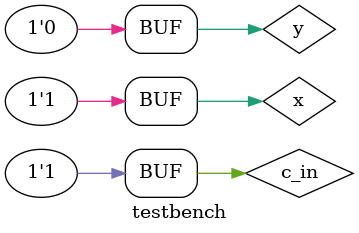
<source format=v>
module testbench();
    reg x, y;
    reg c_in;
    wire s;
    wire c_out;

    full_adder fa (
        .x(x), .y(y), .c_in(c_in),
        .s(s), .c_out(c_out)
    );

    initial begin
        $dumpfile("waveform.vcd");
        $dumpvars;
        
        x = 0;
        y = 0;
        c_in = 0;
        #10;
        if(c_out == 0 && s == 0)
            $display("0 0 0 -> 0 0 success");
        else
            $display("0 0 0 -> 0 0 fail");

        x = 1;
        y = 0;
        c_in = 1;
        #10;
        if(c_out == 1 && s == 0)
            $display("1 0 1 -> 1 0 success");
        else
            $display("1 0 1 -> 1 0 fail");

    end

endmodule

</source>
